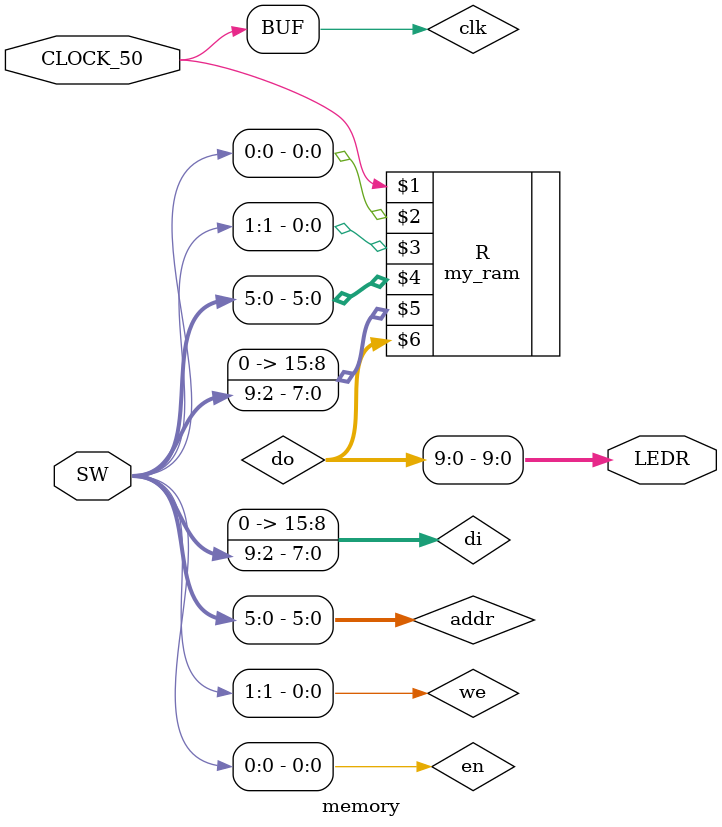
<source format=v>
module memory(
	input 		          		CLOCK_50,
	output		     [9:0]		LEDR,
	input 		     [9:0]		SW
);

  wire clk;
  wire en;
  wire we;
  wire [5:0] addr;
  wire [15:0] di;
  wire [15:0] do;

  my_ram R (clk, en, we, addr, di, do);

  assign clk  = CLOCK_50;
  assign en   = SW[0];
  assign we   = SW[1];
  assign addr = SW[9:0];
  assign di   = SW[9:2];
  assign LEDR = do[9:0];
  
endmodule

</source>
